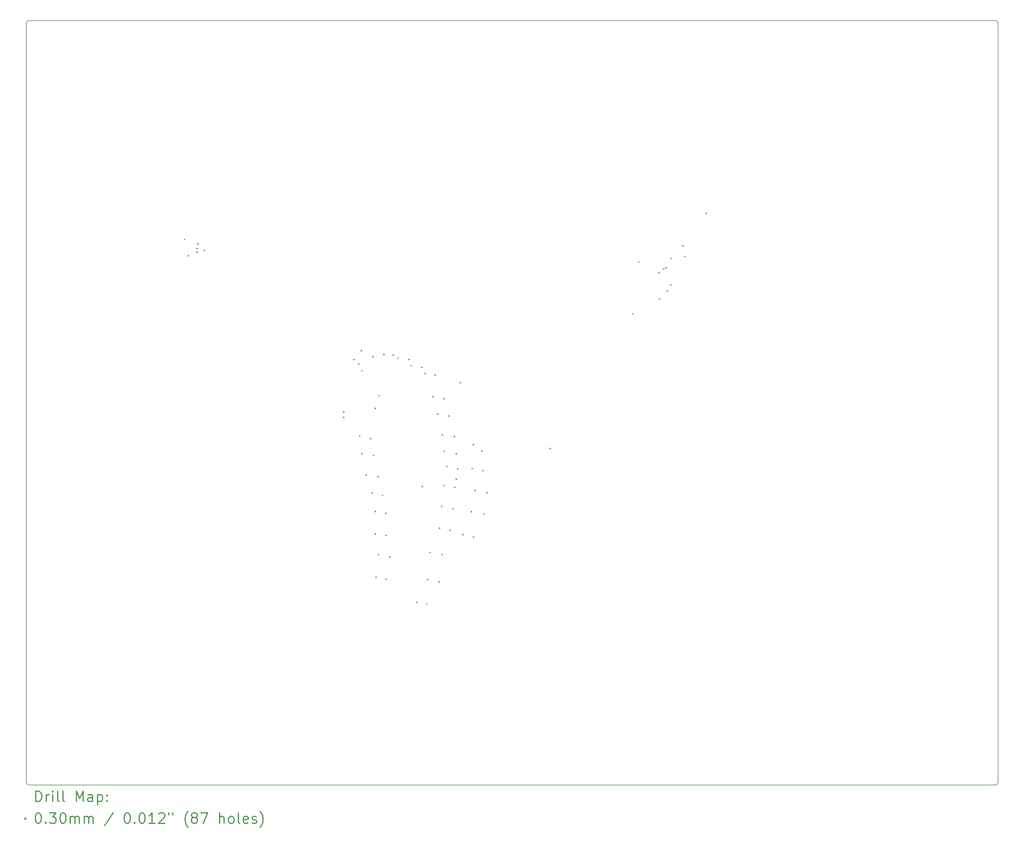
<source format=gbr>
%FSLAX45Y45*%
G04 Gerber Fmt 4.5, Leading zero omitted, Abs format (unit mm)*
G04 Created by KiCad (PCBNEW (5.1.8)-1) date 2021-03-05 20:41:20*
%MOMM*%
%LPD*%
G01*
G04 APERTURE LIST*
%TA.AperFunction,Profile*%
%ADD10C,0.200000*%
%TD*%
%ADD11C,0.200000*%
%ADD12C,0.300000*%
G04 APERTURE END LIST*
D10*
X1308100Y1062300D02*
X1290000Y1051800D01*
X29289500Y1062300D02*
X29269600Y1068700D01*
X29307600Y1051800D02*
X29289500Y1062300D01*
X29348300Y-20939600D02*
X29348300Y981400D01*
X29323100Y1037800D02*
X29307600Y1051800D01*
X29343900Y1001800D02*
X29335400Y1020900D01*
X29269600Y1068700D02*
X29248800Y1070900D01*
X29335400Y1020900D02*
X29323100Y1037800D01*
X29248800Y1070900D02*
X1348800Y1070900D01*
X29348300Y981400D02*
X29343900Y1001800D01*
X1328000Y1068700D02*
X1308100Y1062300D01*
X29343900Y-20960000D02*
X29348300Y-20939600D01*
X1348800Y1070900D02*
X1328000Y1068700D01*
X1274500Y-20996000D02*
X1290000Y-21010000D01*
X1249300Y981400D02*
X1249300Y-20939600D01*
X29307600Y-21010000D02*
X29323100Y-20996000D01*
X1262200Y-20979100D02*
X1274500Y-20996000D01*
X29323100Y-20996000D02*
X29335400Y-20979100D01*
X1290000Y1051800D02*
X1274500Y1037800D01*
X1253700Y1001800D02*
X1249300Y981400D01*
X29269600Y-21026900D02*
X29289500Y-21020500D01*
X1348800Y-21029100D02*
X29248800Y-21029100D01*
X1253700Y-20960000D02*
X1262200Y-20979100D01*
X1308100Y-21020500D02*
X1328000Y-21026900D01*
X1274500Y1037800D02*
X1262200Y1020900D01*
X1262200Y1020900D02*
X1253700Y1001800D01*
X29335400Y-20979100D02*
X29343900Y-20960000D01*
X29289500Y-21020500D02*
X29307600Y-21010000D01*
X29248800Y-21029100D02*
X29269600Y-21026900D01*
X1328000Y-21026900D02*
X1348800Y-21029100D01*
X1249300Y-20939600D02*
X1253700Y-20960000D01*
X1290000Y-21010000D02*
X1308100Y-21020500D01*
D11*
X5815000Y-5245000D02*
X5845000Y-5275000D01*
X5845000Y-5245000D02*
X5815000Y-5275000D01*
X5925000Y-5715000D02*
X5955000Y-5745000D01*
X5955000Y-5715000D02*
X5925000Y-5745000D01*
X6175000Y-5505000D02*
X6205000Y-5535000D01*
X6205000Y-5505000D02*
X6175000Y-5535000D01*
X6175000Y-5605000D02*
X6205000Y-5635000D01*
X6205000Y-5605000D02*
X6175000Y-5635000D01*
X6195000Y-5365000D02*
X6225000Y-5395000D01*
X6225000Y-5365000D02*
X6195000Y-5395000D01*
X6385000Y-5555000D02*
X6415000Y-5585000D01*
X6415000Y-5555000D02*
X6385000Y-5585000D01*
X10415000Y-10235000D02*
X10445000Y-10265000D01*
X10445000Y-10235000D02*
X10415000Y-10265000D01*
X10415000Y-10385000D02*
X10445000Y-10415000D01*
X10445000Y-10385000D02*
X10415000Y-10415000D01*
X10705000Y-8715000D02*
X10735000Y-8745000D01*
X10735000Y-8715000D02*
X10705000Y-8745000D01*
X10849000Y-8842000D02*
X10879000Y-8872000D01*
X10879000Y-8842000D02*
X10849000Y-8872000D01*
X10875000Y-10925000D02*
X10905000Y-10955000D01*
X10905000Y-10925000D02*
X10875000Y-10955000D01*
X10925000Y-8455000D02*
X10955000Y-8485000D01*
X10955000Y-8455000D02*
X10925000Y-8485000D01*
X10935000Y-9035000D02*
X10965000Y-9065000D01*
X10965000Y-9035000D02*
X10935000Y-9065000D01*
X10935000Y-11435000D02*
X10965000Y-11465000D01*
X10965000Y-11435000D02*
X10935000Y-11465000D01*
X11065000Y-12045000D02*
X11095000Y-12075000D01*
X11095000Y-12045000D02*
X11065000Y-12075000D01*
X11195000Y-10995000D02*
X11225000Y-11025000D01*
X11225000Y-10995000D02*
X11195000Y-11025000D01*
X11235000Y-12576771D02*
X11265000Y-12606771D01*
X11265000Y-12576771D02*
X11235000Y-12606771D01*
X11262000Y-8628000D02*
X11292000Y-8658000D01*
X11292000Y-8628000D02*
X11262000Y-8658000D01*
X11275000Y-11485000D02*
X11305000Y-11515000D01*
X11305000Y-11485000D02*
X11275000Y-11515000D01*
X11325000Y-10125000D02*
X11355000Y-10155000D01*
X11355000Y-10125000D02*
X11325000Y-10155000D01*
X11325000Y-13105000D02*
X11355000Y-13135000D01*
X11355000Y-13105000D02*
X11325000Y-13135000D01*
X11325000Y-13755000D02*
X11355000Y-13785000D01*
X11355000Y-13755000D02*
X11325000Y-13785000D01*
X11345000Y-15005000D02*
X11375000Y-15035000D01*
X11375000Y-15005000D02*
X11345000Y-15035000D01*
X11405000Y-12095000D02*
X11435000Y-12125000D01*
X11435000Y-12095000D02*
X11405000Y-12125000D01*
X11415000Y-14355000D02*
X11445000Y-14385000D01*
X11445000Y-14355000D02*
X11415000Y-14385000D01*
X11435000Y-9755000D02*
X11465000Y-9785000D01*
X11465000Y-9755000D02*
X11435000Y-9785000D01*
X11535000Y-12645000D02*
X11565000Y-12675000D01*
X11565000Y-12645000D02*
X11535000Y-12675000D01*
X11575000Y-8565000D02*
X11605000Y-8595000D01*
X11605000Y-8565000D02*
X11575000Y-8595000D01*
X11635000Y-13155000D02*
X11665000Y-13185000D01*
X11665000Y-13155000D02*
X11635000Y-13185000D01*
X11635000Y-13795000D02*
X11665000Y-13825000D01*
X11665000Y-13795000D02*
X11635000Y-13825000D01*
X11635000Y-15065000D02*
X11665000Y-15095000D01*
X11665000Y-15065000D02*
X11635000Y-15095000D01*
X11745000Y-14415000D02*
X11775000Y-14445000D01*
X11775000Y-14415000D02*
X11745000Y-14445000D01*
X11845000Y-8585000D02*
X11875000Y-8615000D01*
X11875000Y-8585000D02*
X11845000Y-8615000D01*
X11985000Y-8665000D02*
X12015000Y-8695000D01*
X12015000Y-8665000D02*
X11985000Y-8695000D01*
X12295000Y-8715000D02*
X12325000Y-8745000D01*
X12325000Y-8715000D02*
X12295000Y-8745000D01*
X12365000Y-8885000D02*
X12395000Y-8915000D01*
X12395000Y-8885000D02*
X12365000Y-8915000D01*
X12525000Y-15735000D02*
X12555000Y-15765000D01*
X12555000Y-15735000D02*
X12525000Y-15765000D01*
X12665000Y-8945000D02*
X12695000Y-8975000D01*
X12695000Y-8945000D02*
X12665000Y-8975000D01*
X12685000Y-12385000D02*
X12715000Y-12415000D01*
X12715000Y-12385000D02*
X12685000Y-12415000D01*
X12765000Y-9115000D02*
X12795000Y-9145000D01*
X12795000Y-9115000D02*
X12765000Y-9145000D01*
X12815000Y-15785000D02*
X12845000Y-15815000D01*
X12845000Y-15785000D02*
X12815000Y-15815000D01*
X12835000Y-15075000D02*
X12865000Y-15105000D01*
X12865000Y-15075000D02*
X12835000Y-15105000D01*
X12915000Y-14295000D02*
X12945000Y-14325000D01*
X12945000Y-14295000D02*
X12915000Y-14325000D01*
X12995000Y-9785000D02*
X13025000Y-9815000D01*
X13025000Y-9785000D02*
X12995000Y-9815000D01*
X13055000Y-9165000D02*
X13085000Y-9195000D01*
X13085000Y-9165000D02*
X13055000Y-9195000D01*
X13135000Y-10285000D02*
X13165000Y-10315000D01*
X13165000Y-10285000D02*
X13135000Y-10315000D01*
X13165000Y-15135000D02*
X13195000Y-15165000D01*
X13195000Y-15135000D02*
X13165000Y-15165000D01*
X13185000Y-13585000D02*
X13215000Y-13615000D01*
X13215000Y-13585000D02*
X13185000Y-13615000D01*
X13245000Y-12965000D02*
X13275000Y-12995000D01*
X13275000Y-12965000D02*
X13245000Y-12995000D01*
X13255000Y-14355000D02*
X13285000Y-14385000D01*
X13285000Y-14355000D02*
X13255000Y-14385000D01*
X13265000Y-10885000D02*
X13295000Y-10915000D01*
X13295000Y-10885000D02*
X13265000Y-10915000D01*
X13305000Y-9845000D02*
X13335000Y-9875000D01*
X13335000Y-9845000D02*
X13305000Y-9875000D01*
X13305000Y-12355000D02*
X13335000Y-12385000D01*
X13335000Y-12355000D02*
X13305000Y-12385000D01*
X13325000Y-11365000D02*
X13355000Y-11395000D01*
X13355000Y-11365000D02*
X13325000Y-11395000D01*
X13395000Y-11805000D02*
X13425000Y-11835000D01*
X13425000Y-11805000D02*
X13395000Y-11835000D01*
X13455000Y-10345000D02*
X13485000Y-10375000D01*
X13485000Y-10345000D02*
X13455000Y-10375000D01*
X13485000Y-13645000D02*
X13515000Y-13675000D01*
X13515000Y-13645000D02*
X13485000Y-13675000D01*
X13575000Y-13025000D02*
X13605000Y-13055000D01*
X13605000Y-13025000D02*
X13575000Y-13055000D01*
X13615000Y-10935000D02*
X13645000Y-10965000D01*
X13645000Y-10935000D02*
X13615000Y-10965000D01*
X13625000Y-12405000D02*
X13655000Y-12435000D01*
X13655000Y-12405000D02*
X13625000Y-12435000D01*
X13665000Y-11435000D02*
X13695000Y-11465000D01*
X13695000Y-11435000D02*
X13665000Y-11465000D01*
X13665000Y-12165000D02*
X13695000Y-12195000D01*
X13695000Y-12165000D02*
X13665000Y-12195000D01*
X13705000Y-11875000D02*
X13735000Y-11905000D01*
X13735000Y-11875000D02*
X13705000Y-11905000D01*
X13785000Y-9385000D02*
X13815000Y-9415000D01*
X13815000Y-9385000D02*
X13785000Y-9415000D01*
X13855000Y-13775000D02*
X13885000Y-13805000D01*
X13885000Y-13775000D02*
X13855000Y-13805000D01*
X14105000Y-13115000D02*
X14135000Y-13145000D01*
X14135000Y-13115000D02*
X14105000Y-13145000D01*
X14125000Y-11865000D02*
X14155000Y-11895000D01*
X14155000Y-11865000D02*
X14125000Y-11895000D01*
X14165000Y-11175000D02*
X14195000Y-11205000D01*
X14195000Y-11175000D02*
X14165000Y-11205000D01*
X14165000Y-13845000D02*
X14195000Y-13875000D01*
X14195000Y-13845000D02*
X14165000Y-13875000D01*
X14205000Y-12495000D02*
X14235000Y-12525000D01*
X14235000Y-12495000D02*
X14205000Y-12525000D01*
X14405000Y-11355000D02*
X14435000Y-11385000D01*
X14435000Y-11355000D02*
X14405000Y-11385000D01*
X14435000Y-11925000D02*
X14465000Y-11955000D01*
X14465000Y-11925000D02*
X14435000Y-11955000D01*
X14475000Y-13175000D02*
X14505000Y-13205000D01*
X14505000Y-13175000D02*
X14475000Y-13205000D01*
X14555000Y-12565000D02*
X14585000Y-12595000D01*
X14585000Y-12565000D02*
X14555000Y-12595000D01*
X16385000Y-11285000D02*
X16415000Y-11315000D01*
X16415000Y-11285000D02*
X16385000Y-11315000D01*
X18775000Y-7395000D02*
X18805000Y-7425000D01*
X18805000Y-7395000D02*
X18775000Y-7425000D01*
X18945000Y-5895000D02*
X18975000Y-5925000D01*
X18975000Y-5895000D02*
X18945000Y-5925000D01*
X19524725Y-6203349D02*
X19554725Y-6233349D01*
X19554725Y-6203349D02*
X19524725Y-6233349D01*
X19541477Y-6961477D02*
X19571477Y-6991477D01*
X19571477Y-6961477D02*
X19541477Y-6991477D01*
X19665588Y-6094643D02*
X19695588Y-6124643D01*
X19695588Y-6094643D02*
X19665588Y-6124643D01*
X19737787Y-6060182D02*
X19767787Y-6090182D01*
X19767787Y-6060182D02*
X19737787Y-6090182D01*
X19768666Y-6734288D02*
X19798666Y-6764288D01*
X19798666Y-6734288D02*
X19768666Y-6764288D01*
X19874071Y-6565242D02*
X19904071Y-6595242D01*
X19904071Y-6565242D02*
X19874071Y-6595242D01*
X19885000Y-5795000D02*
X19915000Y-5825000D01*
X19915000Y-5795000D02*
X19885000Y-5825000D01*
X20215000Y-5425000D02*
X20245000Y-5455000D01*
X20245000Y-5425000D02*
X20215000Y-5455000D01*
X20275000Y-5735000D02*
X20305000Y-5765000D01*
X20305000Y-5735000D02*
X20275000Y-5765000D01*
X20895000Y-4485000D02*
X20925000Y-4515000D01*
X20925000Y-4485000D02*
X20895000Y-4515000D01*
D12*
X1525728Y-21504814D02*
X1525728Y-21204814D01*
X1597157Y-21204814D01*
X1640014Y-21219100D01*
X1668586Y-21247672D01*
X1682871Y-21276243D01*
X1697157Y-21333386D01*
X1697157Y-21376243D01*
X1682871Y-21433386D01*
X1668586Y-21461957D01*
X1640014Y-21490529D01*
X1597157Y-21504814D01*
X1525728Y-21504814D01*
X1825728Y-21504814D02*
X1825728Y-21304814D01*
X1825728Y-21361957D02*
X1840014Y-21333386D01*
X1854300Y-21319100D01*
X1882871Y-21304814D01*
X1911443Y-21304814D01*
X2011443Y-21504814D02*
X2011443Y-21304814D01*
X2011443Y-21204814D02*
X1997157Y-21219100D01*
X2011443Y-21233386D01*
X2025728Y-21219100D01*
X2011443Y-21204814D01*
X2011443Y-21233386D01*
X2197157Y-21504814D02*
X2168586Y-21490529D01*
X2154300Y-21461957D01*
X2154300Y-21204814D01*
X2354300Y-21504814D02*
X2325728Y-21490529D01*
X2311443Y-21461957D01*
X2311443Y-21204814D01*
X2697157Y-21504814D02*
X2697157Y-21204814D01*
X2797157Y-21419100D01*
X2897157Y-21204814D01*
X2897157Y-21504814D01*
X3168586Y-21504814D02*
X3168586Y-21347672D01*
X3154300Y-21319100D01*
X3125728Y-21304814D01*
X3068586Y-21304814D01*
X3040014Y-21319100D01*
X3168586Y-21490529D02*
X3140014Y-21504814D01*
X3068586Y-21504814D01*
X3040014Y-21490529D01*
X3025728Y-21461957D01*
X3025728Y-21433386D01*
X3040014Y-21404814D01*
X3068586Y-21390529D01*
X3140014Y-21390529D01*
X3168586Y-21376243D01*
X3311443Y-21304814D02*
X3311443Y-21604814D01*
X3311443Y-21319100D02*
X3340014Y-21304814D01*
X3397157Y-21304814D01*
X3425728Y-21319100D01*
X3440014Y-21333386D01*
X3454300Y-21361957D01*
X3454300Y-21447672D01*
X3440014Y-21476243D01*
X3425728Y-21490529D01*
X3397157Y-21504814D01*
X3340014Y-21504814D01*
X3311443Y-21490529D01*
X3582871Y-21476243D02*
X3597157Y-21490529D01*
X3582871Y-21504814D01*
X3568586Y-21490529D01*
X3582871Y-21476243D01*
X3582871Y-21504814D01*
X3582871Y-21319100D02*
X3597157Y-21333386D01*
X3582871Y-21347672D01*
X3568586Y-21333386D01*
X3582871Y-21319100D01*
X3582871Y-21347672D01*
X1209300Y-21984100D02*
X1239300Y-22014100D01*
X1239300Y-21984100D02*
X1209300Y-22014100D01*
X1582871Y-21834814D02*
X1611443Y-21834814D01*
X1640014Y-21849100D01*
X1654300Y-21863386D01*
X1668586Y-21891957D01*
X1682871Y-21949100D01*
X1682871Y-22020529D01*
X1668586Y-22077672D01*
X1654300Y-22106243D01*
X1640014Y-22120529D01*
X1611443Y-22134814D01*
X1582871Y-22134814D01*
X1554300Y-22120529D01*
X1540014Y-22106243D01*
X1525728Y-22077672D01*
X1511443Y-22020529D01*
X1511443Y-21949100D01*
X1525728Y-21891957D01*
X1540014Y-21863386D01*
X1554300Y-21849100D01*
X1582871Y-21834814D01*
X1811443Y-22106243D02*
X1825728Y-22120529D01*
X1811443Y-22134814D01*
X1797157Y-22120529D01*
X1811443Y-22106243D01*
X1811443Y-22134814D01*
X1925728Y-21834814D02*
X2111443Y-21834814D01*
X2011443Y-21949100D01*
X2054300Y-21949100D01*
X2082871Y-21963386D01*
X2097157Y-21977672D01*
X2111443Y-22006243D01*
X2111443Y-22077672D01*
X2097157Y-22106243D01*
X2082871Y-22120529D01*
X2054300Y-22134814D01*
X1968586Y-22134814D01*
X1940014Y-22120529D01*
X1925728Y-22106243D01*
X2297157Y-21834814D02*
X2325728Y-21834814D01*
X2354300Y-21849100D01*
X2368586Y-21863386D01*
X2382871Y-21891957D01*
X2397157Y-21949100D01*
X2397157Y-22020529D01*
X2382871Y-22077672D01*
X2368586Y-22106243D01*
X2354300Y-22120529D01*
X2325728Y-22134814D01*
X2297157Y-22134814D01*
X2268586Y-22120529D01*
X2254300Y-22106243D01*
X2240014Y-22077672D01*
X2225728Y-22020529D01*
X2225728Y-21949100D01*
X2240014Y-21891957D01*
X2254300Y-21863386D01*
X2268586Y-21849100D01*
X2297157Y-21834814D01*
X2525728Y-22134814D02*
X2525728Y-21934814D01*
X2525728Y-21963386D02*
X2540014Y-21949100D01*
X2568586Y-21934814D01*
X2611443Y-21934814D01*
X2640014Y-21949100D01*
X2654300Y-21977672D01*
X2654300Y-22134814D01*
X2654300Y-21977672D02*
X2668586Y-21949100D01*
X2697157Y-21934814D01*
X2740014Y-21934814D01*
X2768586Y-21949100D01*
X2782871Y-21977672D01*
X2782871Y-22134814D01*
X2925728Y-22134814D02*
X2925728Y-21934814D01*
X2925728Y-21963386D02*
X2940014Y-21949100D01*
X2968586Y-21934814D01*
X3011443Y-21934814D01*
X3040014Y-21949100D01*
X3054300Y-21977672D01*
X3054300Y-22134814D01*
X3054300Y-21977672D02*
X3068586Y-21949100D01*
X3097157Y-21934814D01*
X3140014Y-21934814D01*
X3168586Y-21949100D01*
X3182871Y-21977672D01*
X3182871Y-22134814D01*
X3768586Y-21820529D02*
X3511443Y-22206243D01*
X4154300Y-21834814D02*
X4182871Y-21834814D01*
X4211443Y-21849100D01*
X4225728Y-21863386D01*
X4240014Y-21891957D01*
X4254300Y-21949100D01*
X4254300Y-22020529D01*
X4240014Y-22077672D01*
X4225728Y-22106243D01*
X4211443Y-22120529D01*
X4182871Y-22134814D01*
X4154300Y-22134814D01*
X4125728Y-22120529D01*
X4111443Y-22106243D01*
X4097157Y-22077672D01*
X4082871Y-22020529D01*
X4082871Y-21949100D01*
X4097157Y-21891957D01*
X4111443Y-21863386D01*
X4125728Y-21849100D01*
X4154300Y-21834814D01*
X4382871Y-22106243D02*
X4397157Y-22120529D01*
X4382871Y-22134814D01*
X4368586Y-22120529D01*
X4382871Y-22106243D01*
X4382871Y-22134814D01*
X4582871Y-21834814D02*
X4611443Y-21834814D01*
X4640014Y-21849100D01*
X4654300Y-21863386D01*
X4668586Y-21891957D01*
X4682871Y-21949100D01*
X4682871Y-22020529D01*
X4668586Y-22077672D01*
X4654300Y-22106243D01*
X4640014Y-22120529D01*
X4611443Y-22134814D01*
X4582871Y-22134814D01*
X4554300Y-22120529D01*
X4540014Y-22106243D01*
X4525728Y-22077672D01*
X4511443Y-22020529D01*
X4511443Y-21949100D01*
X4525728Y-21891957D01*
X4540014Y-21863386D01*
X4554300Y-21849100D01*
X4582871Y-21834814D01*
X4968586Y-22134814D02*
X4797157Y-22134814D01*
X4882871Y-22134814D02*
X4882871Y-21834814D01*
X4854300Y-21877672D01*
X4825728Y-21906243D01*
X4797157Y-21920529D01*
X5082871Y-21863386D02*
X5097157Y-21849100D01*
X5125728Y-21834814D01*
X5197157Y-21834814D01*
X5225728Y-21849100D01*
X5240014Y-21863386D01*
X5254300Y-21891957D01*
X5254300Y-21920529D01*
X5240014Y-21963386D01*
X5068586Y-22134814D01*
X5254300Y-22134814D01*
X5368586Y-21834814D02*
X5368586Y-21891957D01*
X5482871Y-21834814D02*
X5482871Y-21891957D01*
X5925728Y-22249100D02*
X5911443Y-22234814D01*
X5882871Y-22191957D01*
X5868586Y-22163386D01*
X5854300Y-22120529D01*
X5840014Y-22049100D01*
X5840014Y-21991957D01*
X5854300Y-21920529D01*
X5868586Y-21877672D01*
X5882871Y-21849100D01*
X5911443Y-21806243D01*
X5925728Y-21791957D01*
X6082871Y-21963386D02*
X6054300Y-21949100D01*
X6040014Y-21934814D01*
X6025728Y-21906243D01*
X6025728Y-21891957D01*
X6040014Y-21863386D01*
X6054300Y-21849100D01*
X6082871Y-21834814D01*
X6140014Y-21834814D01*
X6168586Y-21849100D01*
X6182871Y-21863386D01*
X6197157Y-21891957D01*
X6197157Y-21906243D01*
X6182871Y-21934814D01*
X6168586Y-21949100D01*
X6140014Y-21963386D01*
X6082871Y-21963386D01*
X6054300Y-21977672D01*
X6040014Y-21991957D01*
X6025728Y-22020529D01*
X6025728Y-22077672D01*
X6040014Y-22106243D01*
X6054300Y-22120529D01*
X6082871Y-22134814D01*
X6140014Y-22134814D01*
X6168586Y-22120529D01*
X6182871Y-22106243D01*
X6197157Y-22077672D01*
X6197157Y-22020529D01*
X6182871Y-21991957D01*
X6168586Y-21977672D01*
X6140014Y-21963386D01*
X6297157Y-21834814D02*
X6497157Y-21834814D01*
X6368586Y-22134814D01*
X6840014Y-22134814D02*
X6840014Y-21834814D01*
X6968586Y-22134814D02*
X6968586Y-21977672D01*
X6954300Y-21949100D01*
X6925728Y-21934814D01*
X6882871Y-21934814D01*
X6854300Y-21949100D01*
X6840014Y-21963386D01*
X7154300Y-22134814D02*
X7125728Y-22120529D01*
X7111443Y-22106243D01*
X7097157Y-22077672D01*
X7097157Y-21991957D01*
X7111443Y-21963386D01*
X7125728Y-21949100D01*
X7154300Y-21934814D01*
X7197157Y-21934814D01*
X7225728Y-21949100D01*
X7240014Y-21963386D01*
X7254300Y-21991957D01*
X7254300Y-22077672D01*
X7240014Y-22106243D01*
X7225728Y-22120529D01*
X7197157Y-22134814D01*
X7154300Y-22134814D01*
X7425728Y-22134814D02*
X7397157Y-22120529D01*
X7382871Y-22091957D01*
X7382871Y-21834814D01*
X7654300Y-22120529D02*
X7625728Y-22134814D01*
X7568586Y-22134814D01*
X7540014Y-22120529D01*
X7525728Y-22091957D01*
X7525728Y-21977672D01*
X7540014Y-21949100D01*
X7568586Y-21934814D01*
X7625728Y-21934814D01*
X7654300Y-21949100D01*
X7668586Y-21977672D01*
X7668586Y-22006243D01*
X7525728Y-22034814D01*
X7782871Y-22120529D02*
X7811443Y-22134814D01*
X7868586Y-22134814D01*
X7897157Y-22120529D01*
X7911443Y-22091957D01*
X7911443Y-22077672D01*
X7897157Y-22049100D01*
X7868586Y-22034814D01*
X7825728Y-22034814D01*
X7797157Y-22020529D01*
X7782871Y-21991957D01*
X7782871Y-21977672D01*
X7797157Y-21949100D01*
X7825728Y-21934814D01*
X7868586Y-21934814D01*
X7897157Y-21949100D01*
X8011443Y-22249100D02*
X8025728Y-22234814D01*
X8054300Y-22191957D01*
X8068586Y-22163386D01*
X8082871Y-22120529D01*
X8097157Y-22049100D01*
X8097157Y-21991957D01*
X8082871Y-21920529D01*
X8068586Y-21877672D01*
X8054300Y-21849100D01*
X8025728Y-21806243D01*
X8011443Y-21791957D01*
M02*

</source>
